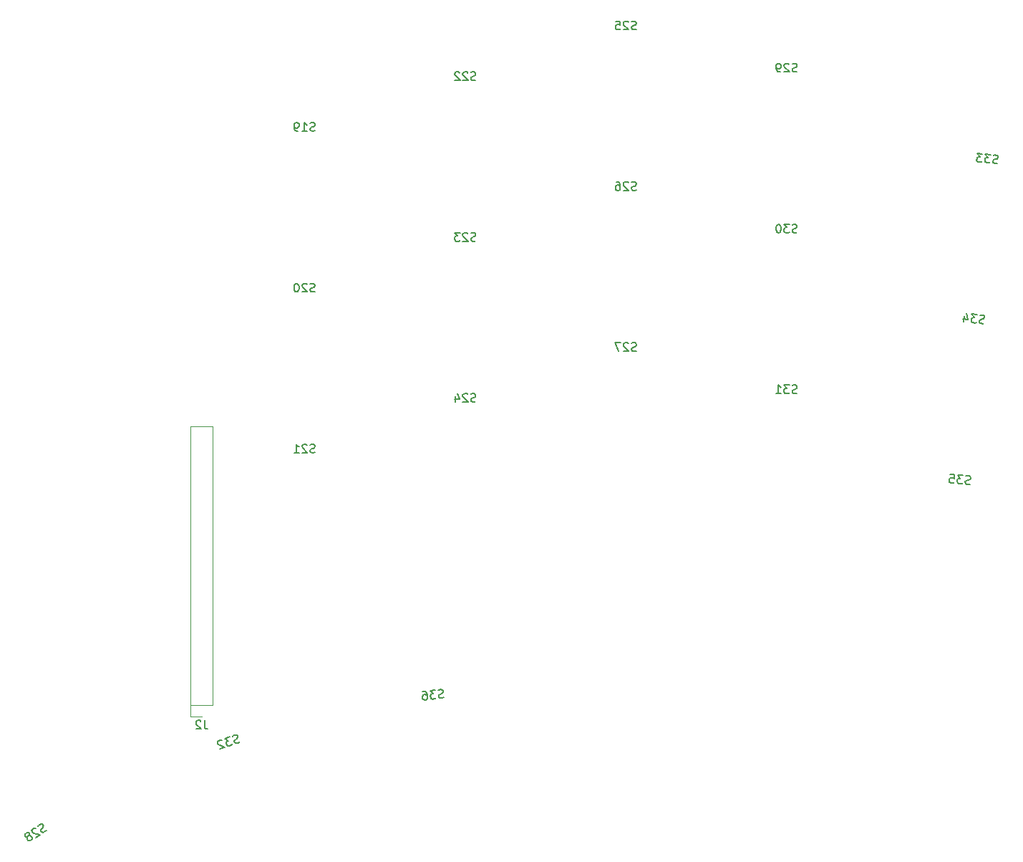
<source format=gbr>
%TF.GenerationSoftware,KiCad,Pcbnew,7.0.7*%
%TF.CreationDate,2023-09-27T07:48:00-06:00*%
%TF.ProjectId,keyboard - right,6b657962-6f61-4726-9420-2d2072696768,rev?*%
%TF.SameCoordinates,Original*%
%TF.FileFunction,Legend,Bot*%
%TF.FilePolarity,Positive*%
%FSLAX46Y46*%
G04 Gerber Fmt 4.6, Leading zero omitted, Abs format (unit mm)*
G04 Created by KiCad (PCBNEW 7.0.7) date 2023-09-27 07:48:00*
%MOMM*%
%LPD*%
G01*
G04 APERTURE LIST*
%ADD10C,0.150000*%
%ADD11C,0.120000*%
G04 APERTURE END LIST*
D10*
X251694058Y-87106279D02*
X251551201Y-87153898D01*
X251551201Y-87153898D02*
X251313106Y-87153898D01*
X251313106Y-87153898D02*
X251217868Y-87106279D01*
X251217868Y-87106279D02*
X251170249Y-87058659D01*
X251170249Y-87058659D02*
X251122630Y-86963421D01*
X251122630Y-86963421D02*
X251122630Y-86868183D01*
X251122630Y-86868183D02*
X251170249Y-86772945D01*
X251170249Y-86772945D02*
X251217868Y-86725326D01*
X251217868Y-86725326D02*
X251313106Y-86677707D01*
X251313106Y-86677707D02*
X251503582Y-86630088D01*
X251503582Y-86630088D02*
X251598820Y-86582469D01*
X251598820Y-86582469D02*
X251646439Y-86534850D01*
X251646439Y-86534850D02*
X251694058Y-86439612D01*
X251694058Y-86439612D02*
X251694058Y-86344374D01*
X251694058Y-86344374D02*
X251646439Y-86249136D01*
X251646439Y-86249136D02*
X251598820Y-86201517D01*
X251598820Y-86201517D02*
X251503582Y-86153898D01*
X251503582Y-86153898D02*
X251265487Y-86153898D01*
X251265487Y-86153898D02*
X251122630Y-86201517D01*
X250789296Y-86153898D02*
X250170249Y-86153898D01*
X250170249Y-86153898D02*
X250503582Y-86534850D01*
X250503582Y-86534850D02*
X250360725Y-86534850D01*
X250360725Y-86534850D02*
X250265487Y-86582469D01*
X250265487Y-86582469D02*
X250217868Y-86630088D01*
X250217868Y-86630088D02*
X250170249Y-86725326D01*
X250170249Y-86725326D02*
X250170249Y-86963421D01*
X250170249Y-86963421D02*
X250217868Y-87058659D01*
X250217868Y-87058659D02*
X250265487Y-87106279D01*
X250265487Y-87106279D02*
X250360725Y-87153898D01*
X250360725Y-87153898D02*
X250646439Y-87153898D01*
X250646439Y-87153898D02*
X250741677Y-87106279D01*
X250741677Y-87106279D02*
X250789296Y-87058659D01*
X249217868Y-87153898D02*
X249789296Y-87153898D01*
X249503582Y-87153898D02*
X249503582Y-86153898D01*
X249503582Y-86153898D02*
X249598820Y-86296755D01*
X249598820Y-86296755D02*
X249694058Y-86391993D01*
X249694058Y-86391993D02*
X249789296Y-86439612D01*
X213694058Y-50106279D02*
X213551201Y-50153898D01*
X213551201Y-50153898D02*
X213313106Y-50153898D01*
X213313106Y-50153898D02*
X213217868Y-50106279D01*
X213217868Y-50106279D02*
X213170249Y-50058659D01*
X213170249Y-50058659D02*
X213122630Y-49963421D01*
X213122630Y-49963421D02*
X213122630Y-49868183D01*
X213122630Y-49868183D02*
X213170249Y-49772945D01*
X213170249Y-49772945D02*
X213217868Y-49725326D01*
X213217868Y-49725326D02*
X213313106Y-49677707D01*
X213313106Y-49677707D02*
X213503582Y-49630088D01*
X213503582Y-49630088D02*
X213598820Y-49582469D01*
X213598820Y-49582469D02*
X213646439Y-49534850D01*
X213646439Y-49534850D02*
X213694058Y-49439612D01*
X213694058Y-49439612D02*
X213694058Y-49344374D01*
X213694058Y-49344374D02*
X213646439Y-49249136D01*
X213646439Y-49249136D02*
X213598820Y-49201517D01*
X213598820Y-49201517D02*
X213503582Y-49153898D01*
X213503582Y-49153898D02*
X213265487Y-49153898D01*
X213265487Y-49153898D02*
X213122630Y-49201517D01*
X212741677Y-49249136D02*
X212694058Y-49201517D01*
X212694058Y-49201517D02*
X212598820Y-49153898D01*
X212598820Y-49153898D02*
X212360725Y-49153898D01*
X212360725Y-49153898D02*
X212265487Y-49201517D01*
X212265487Y-49201517D02*
X212217868Y-49249136D01*
X212217868Y-49249136D02*
X212170249Y-49344374D01*
X212170249Y-49344374D02*
X212170249Y-49439612D01*
X212170249Y-49439612D02*
X212217868Y-49582469D01*
X212217868Y-49582469D02*
X212789296Y-50153898D01*
X212789296Y-50153898D02*
X212170249Y-50153898D01*
X211789296Y-49249136D02*
X211741677Y-49201517D01*
X211741677Y-49201517D02*
X211646439Y-49153898D01*
X211646439Y-49153898D02*
X211408344Y-49153898D01*
X211408344Y-49153898D02*
X211313106Y-49201517D01*
X211313106Y-49201517D02*
X211265487Y-49249136D01*
X211265487Y-49249136D02*
X211217868Y-49344374D01*
X211217868Y-49344374D02*
X211217868Y-49439612D01*
X211217868Y-49439612D02*
X211265487Y-49582469D01*
X211265487Y-49582469D02*
X211836915Y-50153898D01*
X211836915Y-50153898D02*
X211217868Y-50153898D01*
X232694058Y-44106279D02*
X232551201Y-44153898D01*
X232551201Y-44153898D02*
X232313106Y-44153898D01*
X232313106Y-44153898D02*
X232217868Y-44106279D01*
X232217868Y-44106279D02*
X232170249Y-44058659D01*
X232170249Y-44058659D02*
X232122630Y-43963421D01*
X232122630Y-43963421D02*
X232122630Y-43868183D01*
X232122630Y-43868183D02*
X232170249Y-43772945D01*
X232170249Y-43772945D02*
X232217868Y-43725326D01*
X232217868Y-43725326D02*
X232313106Y-43677707D01*
X232313106Y-43677707D02*
X232503582Y-43630088D01*
X232503582Y-43630088D02*
X232598820Y-43582469D01*
X232598820Y-43582469D02*
X232646439Y-43534850D01*
X232646439Y-43534850D02*
X232694058Y-43439612D01*
X232694058Y-43439612D02*
X232694058Y-43344374D01*
X232694058Y-43344374D02*
X232646439Y-43249136D01*
X232646439Y-43249136D02*
X232598820Y-43201517D01*
X232598820Y-43201517D02*
X232503582Y-43153898D01*
X232503582Y-43153898D02*
X232265487Y-43153898D01*
X232265487Y-43153898D02*
X232122630Y-43201517D01*
X231741677Y-43249136D02*
X231694058Y-43201517D01*
X231694058Y-43201517D02*
X231598820Y-43153898D01*
X231598820Y-43153898D02*
X231360725Y-43153898D01*
X231360725Y-43153898D02*
X231265487Y-43201517D01*
X231265487Y-43201517D02*
X231217868Y-43249136D01*
X231217868Y-43249136D02*
X231170249Y-43344374D01*
X231170249Y-43344374D02*
X231170249Y-43439612D01*
X231170249Y-43439612D02*
X231217868Y-43582469D01*
X231217868Y-43582469D02*
X231789296Y-44153898D01*
X231789296Y-44153898D02*
X231170249Y-44153898D01*
X230265487Y-43153898D02*
X230741677Y-43153898D01*
X230741677Y-43153898D02*
X230789296Y-43630088D01*
X230789296Y-43630088D02*
X230741677Y-43582469D01*
X230741677Y-43582469D02*
X230646439Y-43534850D01*
X230646439Y-43534850D02*
X230408344Y-43534850D01*
X230408344Y-43534850D02*
X230313106Y-43582469D01*
X230313106Y-43582469D02*
X230265487Y-43630088D01*
X230265487Y-43630088D02*
X230217868Y-43725326D01*
X230217868Y-43725326D02*
X230217868Y-43963421D01*
X230217868Y-43963421D02*
X230265487Y-44058659D01*
X230265487Y-44058659D02*
X230313106Y-44106279D01*
X230313106Y-44106279D02*
X230408344Y-44153898D01*
X230408344Y-44153898D02*
X230646439Y-44153898D01*
X230646439Y-44153898D02*
X230741677Y-44106279D01*
X230741677Y-44106279D02*
X230789296Y-44058659D01*
X162906248Y-138746453D02*
X162810332Y-138862539D01*
X162810332Y-138862539D02*
X162608416Y-138988711D01*
X162608416Y-138988711D02*
X162502415Y-138998796D01*
X162502415Y-138998796D02*
X162436798Y-138983647D01*
X162436798Y-138983647D02*
X162345946Y-138928115D01*
X162345946Y-138928115D02*
X162295477Y-138847348D01*
X162295477Y-138847348D02*
X162285392Y-138741347D01*
X162285392Y-138741347D02*
X162300541Y-138675730D01*
X162300541Y-138675730D02*
X162356073Y-138584878D01*
X162356073Y-138584878D02*
X162492372Y-138443558D01*
X162492372Y-138443558D02*
X162547904Y-138352706D01*
X162547904Y-138352706D02*
X162563053Y-138287089D01*
X162563053Y-138287089D02*
X162552968Y-138181088D01*
X162552968Y-138181088D02*
X162502500Y-138100322D01*
X162502500Y-138100322D02*
X162411648Y-138044789D01*
X162411648Y-138044789D02*
X162346030Y-138029640D01*
X162346030Y-138029640D02*
X162240030Y-138039726D01*
X162240030Y-138039726D02*
X162038113Y-138165897D01*
X162038113Y-138165897D02*
X161942198Y-138281983D01*
X161644366Y-138524240D02*
X161578749Y-138509091D01*
X161578749Y-138509091D02*
X161472748Y-138519176D01*
X161472748Y-138519176D02*
X161270832Y-138645348D01*
X161270832Y-138645348D02*
X161215299Y-138736199D01*
X161215299Y-138736199D02*
X161200150Y-138801817D01*
X161200150Y-138801817D02*
X161210236Y-138907818D01*
X161210236Y-138907818D02*
X161260704Y-138988584D01*
X161260704Y-138988584D02*
X161376790Y-139084500D01*
X161376790Y-139084500D02*
X162164200Y-139266287D01*
X162164200Y-139266287D02*
X161639218Y-139594333D01*
X160851808Y-139412545D02*
X160907340Y-139321693D01*
X160907340Y-139321693D02*
X160922489Y-139256076D01*
X160922489Y-139256076D02*
X160912404Y-139150075D01*
X160912404Y-139150075D02*
X160887170Y-139109692D01*
X160887170Y-139109692D02*
X160796318Y-139054159D01*
X160796318Y-139054159D02*
X160730701Y-139039010D01*
X160730701Y-139039010D02*
X160624700Y-139049096D01*
X160624700Y-139049096D02*
X160463167Y-139150033D01*
X160463167Y-139150033D02*
X160407635Y-139240884D01*
X160407635Y-139240884D02*
X160392486Y-139306502D01*
X160392486Y-139306502D02*
X160402571Y-139412503D01*
X160402571Y-139412503D02*
X160427805Y-139452886D01*
X160427805Y-139452886D02*
X160518657Y-139508418D01*
X160518657Y-139508418D02*
X160584274Y-139523567D01*
X160584274Y-139523567D02*
X160690275Y-139513482D01*
X160690275Y-139513482D02*
X160851808Y-139412545D01*
X160851808Y-139412545D02*
X160957809Y-139402460D01*
X160957809Y-139402460D02*
X161023426Y-139417609D01*
X161023426Y-139417609D02*
X161114278Y-139473141D01*
X161114278Y-139473141D02*
X161215215Y-139634674D01*
X161215215Y-139634674D02*
X161225300Y-139740674D01*
X161225300Y-139740674D02*
X161210151Y-139806292D01*
X161210151Y-139806292D02*
X161154619Y-139897144D01*
X161154619Y-139897144D02*
X160993086Y-139998081D01*
X160993086Y-139998081D02*
X160887085Y-140008166D01*
X160887085Y-140008166D02*
X160821468Y-139993017D01*
X160821468Y-139993017D02*
X160730616Y-139937485D01*
X160730616Y-139937485D02*
X160629679Y-139775952D01*
X160629679Y-139775952D02*
X160619594Y-139669951D01*
X160619594Y-139669951D02*
X160634743Y-139604334D01*
X160634743Y-139604334D02*
X160690275Y-139513482D01*
X273795261Y-78858072D02*
X273648797Y-78893059D01*
X273648797Y-78893059D02*
X273411608Y-78872308D01*
X273411608Y-78872308D02*
X273320883Y-78816569D01*
X273320883Y-78816569D02*
X273277595Y-78764981D01*
X273277595Y-78764981D02*
X273238458Y-78665955D01*
X273238458Y-78665955D02*
X273246758Y-78571080D01*
X273246758Y-78571080D02*
X273302497Y-78480354D01*
X273302497Y-78480354D02*
X273354085Y-78437067D01*
X273354085Y-78437067D02*
X273453111Y-78397929D01*
X273453111Y-78397929D02*
X273647013Y-78367093D01*
X273647013Y-78367093D02*
X273746038Y-78327955D01*
X273746038Y-78327955D02*
X273797627Y-78284668D01*
X273797627Y-78284668D02*
X273853365Y-78193942D01*
X273853365Y-78193942D02*
X273861666Y-78099067D01*
X273861666Y-78099067D02*
X273822528Y-78000041D01*
X273822528Y-78000041D02*
X273779241Y-77948452D01*
X273779241Y-77948452D02*
X273688515Y-77892714D01*
X273688515Y-77892714D02*
X273451326Y-77871963D01*
X273451326Y-77871963D02*
X273304862Y-77906950D01*
X272976948Y-77830460D02*
X272360256Y-77776506D01*
X272360256Y-77776506D02*
X272659118Y-78185061D01*
X272659118Y-78185061D02*
X272516805Y-78172610D01*
X272516805Y-78172610D02*
X272417779Y-78211748D01*
X272417779Y-78211748D02*
X272366191Y-78255035D01*
X272366191Y-78255035D02*
X272310452Y-78345761D01*
X272310452Y-78345761D02*
X272289701Y-78582950D01*
X272289701Y-78582950D02*
X272328838Y-78681976D01*
X272328838Y-78681976D02*
X272372126Y-78733564D01*
X272372126Y-78733564D02*
X272462851Y-78789302D01*
X272462851Y-78789302D02*
X272747478Y-78814204D01*
X272747478Y-78814204D02*
X272846504Y-78775067D01*
X272846504Y-78775067D02*
X272898092Y-78731779D01*
X271477322Y-78033866D02*
X271419219Y-78697996D01*
X271747714Y-77675115D02*
X271922649Y-78407434D01*
X271922649Y-78407434D02*
X271305957Y-78353480D01*
X213694058Y-69106279D02*
X213551201Y-69153898D01*
X213551201Y-69153898D02*
X213313106Y-69153898D01*
X213313106Y-69153898D02*
X213217868Y-69106279D01*
X213217868Y-69106279D02*
X213170249Y-69058659D01*
X213170249Y-69058659D02*
X213122630Y-68963421D01*
X213122630Y-68963421D02*
X213122630Y-68868183D01*
X213122630Y-68868183D02*
X213170249Y-68772945D01*
X213170249Y-68772945D02*
X213217868Y-68725326D01*
X213217868Y-68725326D02*
X213313106Y-68677707D01*
X213313106Y-68677707D02*
X213503582Y-68630088D01*
X213503582Y-68630088D02*
X213598820Y-68582469D01*
X213598820Y-68582469D02*
X213646439Y-68534850D01*
X213646439Y-68534850D02*
X213694058Y-68439612D01*
X213694058Y-68439612D02*
X213694058Y-68344374D01*
X213694058Y-68344374D02*
X213646439Y-68249136D01*
X213646439Y-68249136D02*
X213598820Y-68201517D01*
X213598820Y-68201517D02*
X213503582Y-68153898D01*
X213503582Y-68153898D02*
X213265487Y-68153898D01*
X213265487Y-68153898D02*
X213122630Y-68201517D01*
X212741677Y-68249136D02*
X212694058Y-68201517D01*
X212694058Y-68201517D02*
X212598820Y-68153898D01*
X212598820Y-68153898D02*
X212360725Y-68153898D01*
X212360725Y-68153898D02*
X212265487Y-68201517D01*
X212265487Y-68201517D02*
X212217868Y-68249136D01*
X212217868Y-68249136D02*
X212170249Y-68344374D01*
X212170249Y-68344374D02*
X212170249Y-68439612D01*
X212170249Y-68439612D02*
X212217868Y-68582469D01*
X212217868Y-68582469D02*
X212789296Y-69153898D01*
X212789296Y-69153898D02*
X212170249Y-69153898D01*
X211836915Y-68153898D02*
X211217868Y-68153898D01*
X211217868Y-68153898D02*
X211551201Y-68534850D01*
X211551201Y-68534850D02*
X211408344Y-68534850D01*
X211408344Y-68534850D02*
X211313106Y-68582469D01*
X211313106Y-68582469D02*
X211265487Y-68630088D01*
X211265487Y-68630088D02*
X211217868Y-68725326D01*
X211217868Y-68725326D02*
X211217868Y-68963421D01*
X211217868Y-68963421D02*
X211265487Y-69058659D01*
X211265487Y-69058659D02*
X211313106Y-69106279D01*
X211313106Y-69106279D02*
X211408344Y-69153898D01*
X211408344Y-69153898D02*
X211694058Y-69153898D01*
X211694058Y-69153898D02*
X211789296Y-69106279D01*
X211789296Y-69106279D02*
X211836915Y-69058659D01*
X251694058Y-68106279D02*
X251551201Y-68153898D01*
X251551201Y-68153898D02*
X251313106Y-68153898D01*
X251313106Y-68153898D02*
X251217868Y-68106279D01*
X251217868Y-68106279D02*
X251170249Y-68058659D01*
X251170249Y-68058659D02*
X251122630Y-67963421D01*
X251122630Y-67963421D02*
X251122630Y-67868183D01*
X251122630Y-67868183D02*
X251170249Y-67772945D01*
X251170249Y-67772945D02*
X251217868Y-67725326D01*
X251217868Y-67725326D02*
X251313106Y-67677707D01*
X251313106Y-67677707D02*
X251503582Y-67630088D01*
X251503582Y-67630088D02*
X251598820Y-67582469D01*
X251598820Y-67582469D02*
X251646439Y-67534850D01*
X251646439Y-67534850D02*
X251694058Y-67439612D01*
X251694058Y-67439612D02*
X251694058Y-67344374D01*
X251694058Y-67344374D02*
X251646439Y-67249136D01*
X251646439Y-67249136D02*
X251598820Y-67201517D01*
X251598820Y-67201517D02*
X251503582Y-67153898D01*
X251503582Y-67153898D02*
X251265487Y-67153898D01*
X251265487Y-67153898D02*
X251122630Y-67201517D01*
X250789296Y-67153898D02*
X250170249Y-67153898D01*
X250170249Y-67153898D02*
X250503582Y-67534850D01*
X250503582Y-67534850D02*
X250360725Y-67534850D01*
X250360725Y-67534850D02*
X250265487Y-67582469D01*
X250265487Y-67582469D02*
X250217868Y-67630088D01*
X250217868Y-67630088D02*
X250170249Y-67725326D01*
X250170249Y-67725326D02*
X250170249Y-67963421D01*
X250170249Y-67963421D02*
X250217868Y-68058659D01*
X250217868Y-68058659D02*
X250265487Y-68106279D01*
X250265487Y-68106279D02*
X250360725Y-68153898D01*
X250360725Y-68153898D02*
X250646439Y-68153898D01*
X250646439Y-68153898D02*
X250741677Y-68106279D01*
X250741677Y-68106279D02*
X250789296Y-68058659D01*
X249551201Y-67153898D02*
X249455963Y-67153898D01*
X249455963Y-67153898D02*
X249360725Y-67201517D01*
X249360725Y-67201517D02*
X249313106Y-67249136D01*
X249313106Y-67249136D02*
X249265487Y-67344374D01*
X249265487Y-67344374D02*
X249217868Y-67534850D01*
X249217868Y-67534850D02*
X249217868Y-67772945D01*
X249217868Y-67772945D02*
X249265487Y-67963421D01*
X249265487Y-67963421D02*
X249313106Y-68058659D01*
X249313106Y-68058659D02*
X249360725Y-68106279D01*
X249360725Y-68106279D02*
X249455963Y-68153898D01*
X249455963Y-68153898D02*
X249551201Y-68153898D01*
X249551201Y-68153898D02*
X249646439Y-68106279D01*
X249646439Y-68106279D02*
X249694058Y-68058659D01*
X249694058Y-68058659D02*
X249741677Y-67963421D01*
X249741677Y-67963421D02*
X249789296Y-67772945D01*
X249789296Y-67772945D02*
X249789296Y-67534850D01*
X249789296Y-67534850D02*
X249741677Y-67344374D01*
X249741677Y-67344374D02*
X249694058Y-67249136D01*
X249694058Y-67249136D02*
X249646439Y-67201517D01*
X249646439Y-67201517D02*
X249551201Y-67153898D01*
X194694056Y-56106279D02*
X194551199Y-56153898D01*
X194551199Y-56153898D02*
X194313104Y-56153898D01*
X194313104Y-56153898D02*
X194217866Y-56106279D01*
X194217866Y-56106279D02*
X194170247Y-56058659D01*
X194170247Y-56058659D02*
X194122628Y-55963421D01*
X194122628Y-55963421D02*
X194122628Y-55868183D01*
X194122628Y-55868183D02*
X194170247Y-55772945D01*
X194170247Y-55772945D02*
X194217866Y-55725326D01*
X194217866Y-55725326D02*
X194313104Y-55677707D01*
X194313104Y-55677707D02*
X194503580Y-55630088D01*
X194503580Y-55630088D02*
X194598818Y-55582469D01*
X194598818Y-55582469D02*
X194646437Y-55534850D01*
X194646437Y-55534850D02*
X194694056Y-55439612D01*
X194694056Y-55439612D02*
X194694056Y-55344374D01*
X194694056Y-55344374D02*
X194646437Y-55249136D01*
X194646437Y-55249136D02*
X194598818Y-55201517D01*
X194598818Y-55201517D02*
X194503580Y-55153898D01*
X194503580Y-55153898D02*
X194265485Y-55153898D01*
X194265485Y-55153898D02*
X194122628Y-55201517D01*
X193170247Y-56153898D02*
X193741675Y-56153898D01*
X193455961Y-56153898D02*
X193455961Y-55153898D01*
X193455961Y-55153898D02*
X193551199Y-55296755D01*
X193551199Y-55296755D02*
X193646437Y-55391993D01*
X193646437Y-55391993D02*
X193741675Y-55439612D01*
X192694056Y-56153898D02*
X192503580Y-56153898D01*
X192503580Y-56153898D02*
X192408342Y-56106279D01*
X192408342Y-56106279D02*
X192360723Y-56058659D01*
X192360723Y-56058659D02*
X192265485Y-55915802D01*
X192265485Y-55915802D02*
X192217866Y-55725326D01*
X192217866Y-55725326D02*
X192217866Y-55344374D01*
X192217866Y-55344374D02*
X192265485Y-55249136D01*
X192265485Y-55249136D02*
X192313104Y-55201517D01*
X192313104Y-55201517D02*
X192408342Y-55153898D01*
X192408342Y-55153898D02*
X192598818Y-55153898D01*
X192598818Y-55153898D02*
X192694056Y-55201517D01*
X192694056Y-55201517D02*
X192741675Y-55249136D01*
X192741675Y-55249136D02*
X192789294Y-55344374D01*
X192789294Y-55344374D02*
X192789294Y-55582469D01*
X192789294Y-55582469D02*
X192741675Y-55677707D01*
X192741675Y-55677707D02*
X192694056Y-55725326D01*
X192694056Y-55725326D02*
X192598818Y-55772945D01*
X192598818Y-55772945D02*
X192408342Y-55772945D01*
X192408342Y-55772945D02*
X192313104Y-55725326D01*
X192313104Y-55725326D02*
X192265485Y-55677707D01*
X192265485Y-55677707D02*
X192217866Y-55582469D01*
X232694058Y-63106279D02*
X232551201Y-63153898D01*
X232551201Y-63153898D02*
X232313106Y-63153898D01*
X232313106Y-63153898D02*
X232217868Y-63106279D01*
X232217868Y-63106279D02*
X232170249Y-63058659D01*
X232170249Y-63058659D02*
X232122630Y-62963421D01*
X232122630Y-62963421D02*
X232122630Y-62868183D01*
X232122630Y-62868183D02*
X232170249Y-62772945D01*
X232170249Y-62772945D02*
X232217868Y-62725326D01*
X232217868Y-62725326D02*
X232313106Y-62677707D01*
X232313106Y-62677707D02*
X232503582Y-62630088D01*
X232503582Y-62630088D02*
X232598820Y-62582469D01*
X232598820Y-62582469D02*
X232646439Y-62534850D01*
X232646439Y-62534850D02*
X232694058Y-62439612D01*
X232694058Y-62439612D02*
X232694058Y-62344374D01*
X232694058Y-62344374D02*
X232646439Y-62249136D01*
X232646439Y-62249136D02*
X232598820Y-62201517D01*
X232598820Y-62201517D02*
X232503582Y-62153898D01*
X232503582Y-62153898D02*
X232265487Y-62153898D01*
X232265487Y-62153898D02*
X232122630Y-62201517D01*
X231741677Y-62249136D02*
X231694058Y-62201517D01*
X231694058Y-62201517D02*
X231598820Y-62153898D01*
X231598820Y-62153898D02*
X231360725Y-62153898D01*
X231360725Y-62153898D02*
X231265487Y-62201517D01*
X231265487Y-62201517D02*
X231217868Y-62249136D01*
X231217868Y-62249136D02*
X231170249Y-62344374D01*
X231170249Y-62344374D02*
X231170249Y-62439612D01*
X231170249Y-62439612D02*
X231217868Y-62582469D01*
X231217868Y-62582469D02*
X231789296Y-63153898D01*
X231789296Y-63153898D02*
X231170249Y-63153898D01*
X230313106Y-62153898D02*
X230503582Y-62153898D01*
X230503582Y-62153898D02*
X230598820Y-62201517D01*
X230598820Y-62201517D02*
X230646439Y-62249136D01*
X230646439Y-62249136D02*
X230741677Y-62391993D01*
X230741677Y-62391993D02*
X230789296Y-62582469D01*
X230789296Y-62582469D02*
X230789296Y-62963421D01*
X230789296Y-62963421D02*
X230741677Y-63058659D01*
X230741677Y-63058659D02*
X230694058Y-63106279D01*
X230694058Y-63106279D02*
X230598820Y-63153898D01*
X230598820Y-63153898D02*
X230408344Y-63153898D01*
X230408344Y-63153898D02*
X230313106Y-63106279D01*
X230313106Y-63106279D02*
X230265487Y-63058659D01*
X230265487Y-63058659D02*
X230217868Y-62963421D01*
X230217868Y-62963421D02*
X230217868Y-62725326D01*
X230217868Y-62725326D02*
X230265487Y-62630088D01*
X230265487Y-62630088D02*
X230313106Y-62582469D01*
X230313106Y-62582469D02*
X230408344Y-62534850D01*
X230408344Y-62534850D02*
X230598820Y-62534850D01*
X230598820Y-62534850D02*
X230694058Y-62582469D01*
X230694058Y-62582469D02*
X230741677Y-62630088D01*
X230741677Y-62630088D02*
X230789296Y-62725326D01*
X194694056Y-94106279D02*
X194551199Y-94153898D01*
X194551199Y-94153898D02*
X194313104Y-94153898D01*
X194313104Y-94153898D02*
X194217866Y-94106279D01*
X194217866Y-94106279D02*
X194170247Y-94058659D01*
X194170247Y-94058659D02*
X194122628Y-93963421D01*
X194122628Y-93963421D02*
X194122628Y-93868183D01*
X194122628Y-93868183D02*
X194170247Y-93772945D01*
X194170247Y-93772945D02*
X194217866Y-93725326D01*
X194217866Y-93725326D02*
X194313104Y-93677707D01*
X194313104Y-93677707D02*
X194503580Y-93630088D01*
X194503580Y-93630088D02*
X194598818Y-93582469D01*
X194598818Y-93582469D02*
X194646437Y-93534850D01*
X194646437Y-93534850D02*
X194694056Y-93439612D01*
X194694056Y-93439612D02*
X194694056Y-93344374D01*
X194694056Y-93344374D02*
X194646437Y-93249136D01*
X194646437Y-93249136D02*
X194598818Y-93201517D01*
X194598818Y-93201517D02*
X194503580Y-93153898D01*
X194503580Y-93153898D02*
X194265485Y-93153898D01*
X194265485Y-93153898D02*
X194122628Y-93201517D01*
X193741675Y-93249136D02*
X193694056Y-93201517D01*
X193694056Y-93201517D02*
X193598818Y-93153898D01*
X193598818Y-93153898D02*
X193360723Y-93153898D01*
X193360723Y-93153898D02*
X193265485Y-93201517D01*
X193265485Y-93201517D02*
X193217866Y-93249136D01*
X193217866Y-93249136D02*
X193170247Y-93344374D01*
X193170247Y-93344374D02*
X193170247Y-93439612D01*
X193170247Y-93439612D02*
X193217866Y-93582469D01*
X193217866Y-93582469D02*
X193789294Y-94153898D01*
X193789294Y-94153898D02*
X193170247Y-94153898D01*
X192217866Y-94153898D02*
X192789294Y-94153898D01*
X192503580Y-94153898D02*
X192503580Y-93153898D01*
X192503580Y-93153898D02*
X192598818Y-93296755D01*
X192598818Y-93296755D02*
X192694056Y-93391993D01*
X192694056Y-93391993D02*
X192789294Y-93439612D01*
X185762010Y-128321775D02*
X185642440Y-128413310D01*
X185642440Y-128413310D02*
X185417316Y-128490826D01*
X185417316Y-128490826D02*
X185311764Y-128476808D01*
X185311764Y-128476808D02*
X185251236Y-128447286D01*
X185251236Y-128447286D02*
X185175204Y-128372740D01*
X185175204Y-128372740D02*
X185144198Y-128282691D01*
X185144198Y-128282691D02*
X185158216Y-128177138D01*
X185158216Y-128177138D02*
X185187738Y-128116610D01*
X185187738Y-128116610D02*
X185262284Y-128040579D01*
X185262284Y-128040579D02*
X185426879Y-127933541D01*
X185426879Y-127933541D02*
X185501425Y-127857510D01*
X185501425Y-127857510D02*
X185530947Y-127796982D01*
X185530947Y-127796982D02*
X185544965Y-127691430D01*
X185544965Y-127691430D02*
X185513959Y-127601380D01*
X185513959Y-127601380D02*
X185437927Y-127526834D01*
X185437927Y-127526834D02*
X185377399Y-127497313D01*
X185377399Y-127497313D02*
X185271847Y-127483295D01*
X185271847Y-127483295D02*
X185046723Y-127560811D01*
X185046723Y-127560811D02*
X184927153Y-127652345D01*
X184596476Y-127715843D02*
X184011155Y-127917385D01*
X184011155Y-127917385D02*
X184450354Y-128169060D01*
X184450354Y-128169060D02*
X184315280Y-128215570D01*
X184315280Y-128215570D02*
X184240734Y-128291601D01*
X184240734Y-128291601D02*
X184211212Y-128352129D01*
X184211212Y-128352129D02*
X184197194Y-128457682D01*
X184197194Y-128457682D02*
X184274711Y-128682805D01*
X184274711Y-128682805D02*
X184350742Y-128757351D01*
X184350742Y-128757351D02*
X184411270Y-128786873D01*
X184411270Y-128786873D02*
X184516822Y-128800891D01*
X184516822Y-128800891D02*
X184786970Y-128707872D01*
X184786970Y-128707872D02*
X184861517Y-128631840D01*
X184861517Y-128631840D02*
X184891038Y-128571312D01*
X183681964Y-128131461D02*
X183621436Y-128101939D01*
X183621436Y-128101939D02*
X183515884Y-128087921D01*
X183515884Y-128087921D02*
X183290760Y-128165437D01*
X183290760Y-128165437D02*
X183216214Y-128241469D01*
X183216214Y-128241469D02*
X183186693Y-128301996D01*
X183186693Y-128301996D02*
X183172674Y-128407549D01*
X183172674Y-128407549D02*
X183203681Y-128497598D01*
X183203681Y-128497598D02*
X183295215Y-128617169D01*
X183295215Y-128617169D02*
X184021551Y-128971427D01*
X184021551Y-128971427D02*
X183436230Y-129172969D01*
X232694058Y-82106279D02*
X232551201Y-82153898D01*
X232551201Y-82153898D02*
X232313106Y-82153898D01*
X232313106Y-82153898D02*
X232217868Y-82106279D01*
X232217868Y-82106279D02*
X232170249Y-82058659D01*
X232170249Y-82058659D02*
X232122630Y-81963421D01*
X232122630Y-81963421D02*
X232122630Y-81868183D01*
X232122630Y-81868183D02*
X232170249Y-81772945D01*
X232170249Y-81772945D02*
X232217868Y-81725326D01*
X232217868Y-81725326D02*
X232313106Y-81677707D01*
X232313106Y-81677707D02*
X232503582Y-81630088D01*
X232503582Y-81630088D02*
X232598820Y-81582469D01*
X232598820Y-81582469D02*
X232646439Y-81534850D01*
X232646439Y-81534850D02*
X232694058Y-81439612D01*
X232694058Y-81439612D02*
X232694058Y-81344374D01*
X232694058Y-81344374D02*
X232646439Y-81249136D01*
X232646439Y-81249136D02*
X232598820Y-81201517D01*
X232598820Y-81201517D02*
X232503582Y-81153898D01*
X232503582Y-81153898D02*
X232265487Y-81153898D01*
X232265487Y-81153898D02*
X232122630Y-81201517D01*
X231741677Y-81249136D02*
X231694058Y-81201517D01*
X231694058Y-81201517D02*
X231598820Y-81153898D01*
X231598820Y-81153898D02*
X231360725Y-81153898D01*
X231360725Y-81153898D02*
X231265487Y-81201517D01*
X231265487Y-81201517D02*
X231217868Y-81249136D01*
X231217868Y-81249136D02*
X231170249Y-81344374D01*
X231170249Y-81344374D02*
X231170249Y-81439612D01*
X231170249Y-81439612D02*
X231217868Y-81582469D01*
X231217868Y-81582469D02*
X231789296Y-82153898D01*
X231789296Y-82153898D02*
X231170249Y-82153898D01*
X230836915Y-81153898D02*
X230170249Y-81153898D01*
X230170249Y-81153898D02*
X230598820Y-82153898D01*
X272147245Y-97855491D02*
X272000781Y-97890478D01*
X272000781Y-97890478D02*
X271763592Y-97869727D01*
X271763592Y-97869727D02*
X271672867Y-97813988D01*
X271672867Y-97813988D02*
X271629579Y-97762400D01*
X271629579Y-97762400D02*
X271590442Y-97663374D01*
X271590442Y-97663374D02*
X271598742Y-97568499D01*
X271598742Y-97568499D02*
X271654481Y-97477773D01*
X271654481Y-97477773D02*
X271706069Y-97434486D01*
X271706069Y-97434486D02*
X271805095Y-97395348D01*
X271805095Y-97395348D02*
X271998997Y-97364512D01*
X271998997Y-97364512D02*
X272098022Y-97325374D01*
X272098022Y-97325374D02*
X272149611Y-97282087D01*
X272149611Y-97282087D02*
X272205349Y-97191361D01*
X272205349Y-97191361D02*
X272213650Y-97096486D01*
X272213650Y-97096486D02*
X272174512Y-96997460D01*
X272174512Y-96997460D02*
X272131225Y-96945871D01*
X272131225Y-96945871D02*
X272040499Y-96890133D01*
X272040499Y-96890133D02*
X271803310Y-96869382D01*
X271803310Y-96869382D02*
X271656846Y-96904369D01*
X271328932Y-96827879D02*
X270712240Y-96773925D01*
X270712240Y-96773925D02*
X271011102Y-97182480D01*
X271011102Y-97182480D02*
X270868789Y-97170029D01*
X270868789Y-97170029D02*
X270769763Y-97209167D01*
X270769763Y-97209167D02*
X270718175Y-97252454D01*
X270718175Y-97252454D02*
X270662436Y-97343180D01*
X270662436Y-97343180D02*
X270641685Y-97580369D01*
X270641685Y-97580369D02*
X270680822Y-97679395D01*
X270680822Y-97679395D02*
X270724110Y-97730983D01*
X270724110Y-97730983D02*
X270814835Y-97786721D01*
X270814835Y-97786721D02*
X271099462Y-97811623D01*
X271099462Y-97811623D02*
X271198488Y-97772486D01*
X271198488Y-97772486D02*
X271250076Y-97729198D01*
X269810921Y-96695070D02*
X270285299Y-96736573D01*
X270285299Y-96736573D02*
X270291234Y-97215102D01*
X270291234Y-97215102D02*
X270247947Y-97163514D01*
X270247947Y-97163514D02*
X270157221Y-97107775D01*
X270157221Y-97107775D02*
X269920032Y-97087024D01*
X269920032Y-97087024D02*
X269821006Y-97126161D01*
X269821006Y-97126161D02*
X269769418Y-97169449D01*
X269769418Y-97169449D02*
X269713679Y-97260174D01*
X269713679Y-97260174D02*
X269692928Y-97497363D01*
X269692928Y-97497363D02*
X269732065Y-97596389D01*
X269732065Y-97596389D02*
X269775353Y-97647977D01*
X269775353Y-97647977D02*
X269866078Y-97703716D01*
X269866078Y-97703716D02*
X270103268Y-97724467D01*
X270103268Y-97724467D02*
X270202294Y-97685330D01*
X270202294Y-97685330D02*
X270253882Y-97642042D01*
X194694056Y-75106279D02*
X194551199Y-75153898D01*
X194551199Y-75153898D02*
X194313104Y-75153898D01*
X194313104Y-75153898D02*
X194217866Y-75106279D01*
X194217866Y-75106279D02*
X194170247Y-75058659D01*
X194170247Y-75058659D02*
X194122628Y-74963421D01*
X194122628Y-74963421D02*
X194122628Y-74868183D01*
X194122628Y-74868183D02*
X194170247Y-74772945D01*
X194170247Y-74772945D02*
X194217866Y-74725326D01*
X194217866Y-74725326D02*
X194313104Y-74677707D01*
X194313104Y-74677707D02*
X194503580Y-74630088D01*
X194503580Y-74630088D02*
X194598818Y-74582469D01*
X194598818Y-74582469D02*
X194646437Y-74534850D01*
X194646437Y-74534850D02*
X194694056Y-74439612D01*
X194694056Y-74439612D02*
X194694056Y-74344374D01*
X194694056Y-74344374D02*
X194646437Y-74249136D01*
X194646437Y-74249136D02*
X194598818Y-74201517D01*
X194598818Y-74201517D02*
X194503580Y-74153898D01*
X194503580Y-74153898D02*
X194265485Y-74153898D01*
X194265485Y-74153898D02*
X194122628Y-74201517D01*
X193741675Y-74249136D02*
X193694056Y-74201517D01*
X193694056Y-74201517D02*
X193598818Y-74153898D01*
X193598818Y-74153898D02*
X193360723Y-74153898D01*
X193360723Y-74153898D02*
X193265485Y-74201517D01*
X193265485Y-74201517D02*
X193217866Y-74249136D01*
X193217866Y-74249136D02*
X193170247Y-74344374D01*
X193170247Y-74344374D02*
X193170247Y-74439612D01*
X193170247Y-74439612D02*
X193217866Y-74582469D01*
X193217866Y-74582469D02*
X193789294Y-75153898D01*
X193789294Y-75153898D02*
X193170247Y-75153898D01*
X192551199Y-74153898D02*
X192455961Y-74153898D01*
X192455961Y-74153898D02*
X192360723Y-74201517D01*
X192360723Y-74201517D02*
X192313104Y-74249136D01*
X192313104Y-74249136D02*
X192265485Y-74344374D01*
X192265485Y-74344374D02*
X192217866Y-74534850D01*
X192217866Y-74534850D02*
X192217866Y-74772945D01*
X192217866Y-74772945D02*
X192265485Y-74963421D01*
X192265485Y-74963421D02*
X192313104Y-75058659D01*
X192313104Y-75058659D02*
X192360723Y-75106279D01*
X192360723Y-75106279D02*
X192455961Y-75153898D01*
X192455961Y-75153898D02*
X192551199Y-75153898D01*
X192551199Y-75153898D02*
X192646437Y-75106279D01*
X192646437Y-75106279D02*
X192694056Y-75058659D01*
X192694056Y-75058659D02*
X192741675Y-74963421D01*
X192741675Y-74963421D02*
X192789294Y-74772945D01*
X192789294Y-74772945D02*
X192789294Y-74534850D01*
X192789294Y-74534850D02*
X192741675Y-74344374D01*
X192741675Y-74344374D02*
X192694056Y-74249136D01*
X192694056Y-74249136D02*
X192646437Y-74201517D01*
X192646437Y-74201517D02*
X192551199Y-74153898D01*
X251694058Y-49106279D02*
X251551201Y-49153898D01*
X251551201Y-49153898D02*
X251313106Y-49153898D01*
X251313106Y-49153898D02*
X251217868Y-49106279D01*
X251217868Y-49106279D02*
X251170249Y-49058659D01*
X251170249Y-49058659D02*
X251122630Y-48963421D01*
X251122630Y-48963421D02*
X251122630Y-48868183D01*
X251122630Y-48868183D02*
X251170249Y-48772945D01*
X251170249Y-48772945D02*
X251217868Y-48725326D01*
X251217868Y-48725326D02*
X251313106Y-48677707D01*
X251313106Y-48677707D02*
X251503582Y-48630088D01*
X251503582Y-48630088D02*
X251598820Y-48582469D01*
X251598820Y-48582469D02*
X251646439Y-48534850D01*
X251646439Y-48534850D02*
X251694058Y-48439612D01*
X251694058Y-48439612D02*
X251694058Y-48344374D01*
X251694058Y-48344374D02*
X251646439Y-48249136D01*
X251646439Y-48249136D02*
X251598820Y-48201517D01*
X251598820Y-48201517D02*
X251503582Y-48153898D01*
X251503582Y-48153898D02*
X251265487Y-48153898D01*
X251265487Y-48153898D02*
X251122630Y-48201517D01*
X250741677Y-48249136D02*
X250694058Y-48201517D01*
X250694058Y-48201517D02*
X250598820Y-48153898D01*
X250598820Y-48153898D02*
X250360725Y-48153898D01*
X250360725Y-48153898D02*
X250265487Y-48201517D01*
X250265487Y-48201517D02*
X250217868Y-48249136D01*
X250217868Y-48249136D02*
X250170249Y-48344374D01*
X250170249Y-48344374D02*
X250170249Y-48439612D01*
X250170249Y-48439612D02*
X250217868Y-48582469D01*
X250217868Y-48582469D02*
X250789296Y-49153898D01*
X250789296Y-49153898D02*
X250170249Y-49153898D01*
X249694058Y-49153898D02*
X249503582Y-49153898D01*
X249503582Y-49153898D02*
X249408344Y-49106279D01*
X249408344Y-49106279D02*
X249360725Y-49058659D01*
X249360725Y-49058659D02*
X249265487Y-48915802D01*
X249265487Y-48915802D02*
X249217868Y-48725326D01*
X249217868Y-48725326D02*
X249217868Y-48344374D01*
X249217868Y-48344374D02*
X249265487Y-48249136D01*
X249265487Y-48249136D02*
X249313106Y-48201517D01*
X249313106Y-48201517D02*
X249408344Y-48153898D01*
X249408344Y-48153898D02*
X249598820Y-48153898D01*
X249598820Y-48153898D02*
X249694058Y-48201517D01*
X249694058Y-48201517D02*
X249741677Y-48249136D01*
X249741677Y-48249136D02*
X249789296Y-48344374D01*
X249789296Y-48344374D02*
X249789296Y-48582469D01*
X249789296Y-48582469D02*
X249741677Y-48677707D01*
X249741677Y-48677707D02*
X249694058Y-48725326D01*
X249694058Y-48725326D02*
X249598820Y-48772945D01*
X249598820Y-48772945D02*
X249408344Y-48772945D01*
X249408344Y-48772945D02*
X249313106Y-48725326D01*
X249313106Y-48725326D02*
X249265487Y-48677707D01*
X249265487Y-48677707D02*
X249217868Y-48582469D01*
X275404486Y-59951971D02*
X275258022Y-59986958D01*
X275258022Y-59986958D02*
X275020833Y-59966207D01*
X275020833Y-59966207D02*
X274930108Y-59910468D01*
X274930108Y-59910468D02*
X274886820Y-59858880D01*
X274886820Y-59858880D02*
X274847683Y-59759854D01*
X274847683Y-59759854D02*
X274855983Y-59664979D01*
X274855983Y-59664979D02*
X274911722Y-59574253D01*
X274911722Y-59574253D02*
X274963310Y-59530966D01*
X274963310Y-59530966D02*
X275062336Y-59491828D01*
X275062336Y-59491828D02*
X275256238Y-59460992D01*
X275256238Y-59460992D02*
X275355263Y-59421854D01*
X275355263Y-59421854D02*
X275406852Y-59378567D01*
X275406852Y-59378567D02*
X275462590Y-59287841D01*
X275462590Y-59287841D02*
X275470891Y-59192966D01*
X275470891Y-59192966D02*
X275431753Y-59093940D01*
X275431753Y-59093940D02*
X275388466Y-59042351D01*
X275388466Y-59042351D02*
X275297740Y-58986613D01*
X275297740Y-58986613D02*
X275060551Y-58965862D01*
X275060551Y-58965862D02*
X274914087Y-59000849D01*
X274586173Y-58924359D02*
X273969481Y-58870405D01*
X273969481Y-58870405D02*
X274268343Y-59278960D01*
X274268343Y-59278960D02*
X274126030Y-59266509D01*
X274126030Y-59266509D02*
X274027004Y-59305647D01*
X274027004Y-59305647D02*
X273975416Y-59348934D01*
X273975416Y-59348934D02*
X273919677Y-59439660D01*
X273919677Y-59439660D02*
X273898926Y-59676849D01*
X273898926Y-59676849D02*
X273938063Y-59775875D01*
X273938063Y-59775875D02*
X273981351Y-59827463D01*
X273981351Y-59827463D02*
X274072076Y-59883201D01*
X274072076Y-59883201D02*
X274356703Y-59908103D01*
X274356703Y-59908103D02*
X274455729Y-59868966D01*
X274455729Y-59868966D02*
X274507317Y-59825678D01*
X273637416Y-58841354D02*
X273020724Y-58787400D01*
X273020724Y-58787400D02*
X273319586Y-59195955D01*
X273319586Y-59195955D02*
X273177273Y-59183504D01*
X273177273Y-59183504D02*
X273078247Y-59222641D01*
X273078247Y-59222641D02*
X273026659Y-59265929D01*
X273026659Y-59265929D02*
X272970920Y-59356654D01*
X272970920Y-59356654D02*
X272950169Y-59593843D01*
X272950169Y-59593843D02*
X272989306Y-59692869D01*
X272989306Y-59692869D02*
X273032594Y-59744457D01*
X273032594Y-59744457D02*
X273123319Y-59800196D01*
X273123319Y-59800196D02*
X273407946Y-59825097D01*
X273407946Y-59825097D02*
X273506972Y-59785960D01*
X273506972Y-59785960D02*
X273558560Y-59742673D01*
X209898679Y-123067979D02*
X209761582Y-123130269D01*
X209761582Y-123130269D02*
X209524791Y-123155157D01*
X209524791Y-123155157D02*
X209425097Y-123117754D01*
X209425097Y-123117754D02*
X209372761Y-123075373D01*
X209372761Y-123075373D02*
X209315448Y-122985635D01*
X209315448Y-122985635D02*
X209305493Y-122890918D01*
X209305493Y-122890918D02*
X209342896Y-122791224D01*
X209342896Y-122791224D02*
X209385277Y-122738889D01*
X209385277Y-122738889D02*
X209475015Y-122681575D01*
X209475015Y-122681575D02*
X209659471Y-122614307D01*
X209659471Y-122614307D02*
X209749210Y-122556994D01*
X209749210Y-122556994D02*
X209791590Y-122504658D01*
X209791590Y-122504658D02*
X209828993Y-122404964D01*
X209828993Y-122404964D02*
X209819038Y-122310248D01*
X209819038Y-122310248D02*
X209761725Y-122220509D01*
X209761725Y-122220509D02*
X209709389Y-122178128D01*
X209709389Y-122178128D02*
X209609695Y-122140725D01*
X209609695Y-122140725D02*
X209372904Y-122165613D01*
X209372904Y-122165613D02*
X209235807Y-122227904D01*
X208899322Y-122215388D02*
X208283666Y-122280096D01*
X208283666Y-122280096D02*
X208654994Y-122624119D01*
X208654994Y-122624119D02*
X208512919Y-122639052D01*
X208512919Y-122639052D02*
X208423180Y-122696365D01*
X208423180Y-122696365D02*
X208380800Y-122748701D01*
X208380800Y-122748701D02*
X208343397Y-122848395D01*
X208343397Y-122848395D02*
X208368284Y-123085186D01*
X208368284Y-123085186D02*
X208425598Y-123174924D01*
X208425598Y-123174924D02*
X208477933Y-123217305D01*
X208477933Y-123217305D02*
X208577627Y-123254708D01*
X208577627Y-123254708D02*
X208861776Y-123224843D01*
X208861776Y-123224843D02*
X208951515Y-123167530D01*
X208951515Y-123167530D02*
X208993896Y-123115194D01*
X207431219Y-122369692D02*
X207620651Y-122349782D01*
X207620651Y-122349782D02*
X207720345Y-122387185D01*
X207720345Y-122387185D02*
X207772681Y-122429566D01*
X207772681Y-122429566D02*
X207882330Y-122561685D01*
X207882330Y-122561685D02*
X207949598Y-122746140D01*
X207949598Y-122746140D02*
X207989419Y-123125006D01*
X207989419Y-123125006D02*
X207952016Y-123224700D01*
X207952016Y-123224700D02*
X207909635Y-123277036D01*
X207909635Y-123277036D02*
X207819896Y-123334349D01*
X207819896Y-123334349D02*
X207630463Y-123354259D01*
X207630463Y-123354259D02*
X207530770Y-123316856D01*
X207530770Y-123316856D02*
X207478434Y-123274475D01*
X207478434Y-123274475D02*
X207421121Y-123184737D01*
X207421121Y-123184737D02*
X207396233Y-122947946D01*
X207396233Y-122947946D02*
X207433636Y-122848252D01*
X207433636Y-122848252D02*
X207476017Y-122795916D01*
X207476017Y-122795916D02*
X207565755Y-122738603D01*
X207565755Y-122738603D02*
X207755188Y-122718692D01*
X207755188Y-122718692D02*
X207854882Y-122756096D01*
X207854882Y-122756096D02*
X207907218Y-122798476D01*
X207907218Y-122798476D02*
X207964531Y-122888215D01*
X213694058Y-88106279D02*
X213551201Y-88153898D01*
X213551201Y-88153898D02*
X213313106Y-88153898D01*
X213313106Y-88153898D02*
X213217868Y-88106279D01*
X213217868Y-88106279D02*
X213170249Y-88058659D01*
X213170249Y-88058659D02*
X213122630Y-87963421D01*
X213122630Y-87963421D02*
X213122630Y-87868183D01*
X213122630Y-87868183D02*
X213170249Y-87772945D01*
X213170249Y-87772945D02*
X213217868Y-87725326D01*
X213217868Y-87725326D02*
X213313106Y-87677707D01*
X213313106Y-87677707D02*
X213503582Y-87630088D01*
X213503582Y-87630088D02*
X213598820Y-87582469D01*
X213598820Y-87582469D02*
X213646439Y-87534850D01*
X213646439Y-87534850D02*
X213694058Y-87439612D01*
X213694058Y-87439612D02*
X213694058Y-87344374D01*
X213694058Y-87344374D02*
X213646439Y-87249136D01*
X213646439Y-87249136D02*
X213598820Y-87201517D01*
X213598820Y-87201517D02*
X213503582Y-87153898D01*
X213503582Y-87153898D02*
X213265487Y-87153898D01*
X213265487Y-87153898D02*
X213122630Y-87201517D01*
X212741677Y-87249136D02*
X212694058Y-87201517D01*
X212694058Y-87201517D02*
X212598820Y-87153898D01*
X212598820Y-87153898D02*
X212360725Y-87153898D01*
X212360725Y-87153898D02*
X212265487Y-87201517D01*
X212265487Y-87201517D02*
X212217868Y-87249136D01*
X212217868Y-87249136D02*
X212170249Y-87344374D01*
X212170249Y-87344374D02*
X212170249Y-87439612D01*
X212170249Y-87439612D02*
X212217868Y-87582469D01*
X212217868Y-87582469D02*
X212789296Y-88153898D01*
X212789296Y-88153898D02*
X212170249Y-88153898D01*
X211313106Y-87487231D02*
X211313106Y-88153898D01*
X211551201Y-87106279D02*
X211789296Y-87820564D01*
X211789296Y-87820564D02*
X211170249Y-87820564D01*
X181609309Y-125784819D02*
X181609309Y-126499104D01*
X181609309Y-126499104D02*
X181656928Y-126641961D01*
X181656928Y-126641961D02*
X181752166Y-126737200D01*
X181752166Y-126737200D02*
X181895023Y-126784819D01*
X181895023Y-126784819D02*
X181990261Y-126784819D01*
X181180737Y-125880057D02*
X181133118Y-125832438D01*
X181133118Y-125832438D02*
X181037880Y-125784819D01*
X181037880Y-125784819D02*
X180799785Y-125784819D01*
X180799785Y-125784819D02*
X180704547Y-125832438D01*
X180704547Y-125832438D02*
X180656928Y-125880057D01*
X180656928Y-125880057D02*
X180609309Y-125975295D01*
X180609309Y-125975295D02*
X180609309Y-126070533D01*
X180609309Y-126070533D02*
X180656928Y-126213390D01*
X180656928Y-126213390D02*
X181228356Y-126784819D01*
X181228356Y-126784819D02*
X180609309Y-126784819D01*
D11*
%TO.C,J2*%
X179945976Y-91000000D02*
X182605976Y-91000000D01*
X179945976Y-124000000D02*
X179945976Y-91000000D01*
X179945976Y-124000000D02*
X179945976Y-125330000D01*
X179945976Y-124000000D02*
X182605976Y-124000000D01*
X179945976Y-125330000D02*
X181275976Y-125330000D01*
X182605976Y-124000000D02*
X182605976Y-91000000D01*
%TD*%
M02*

</source>
